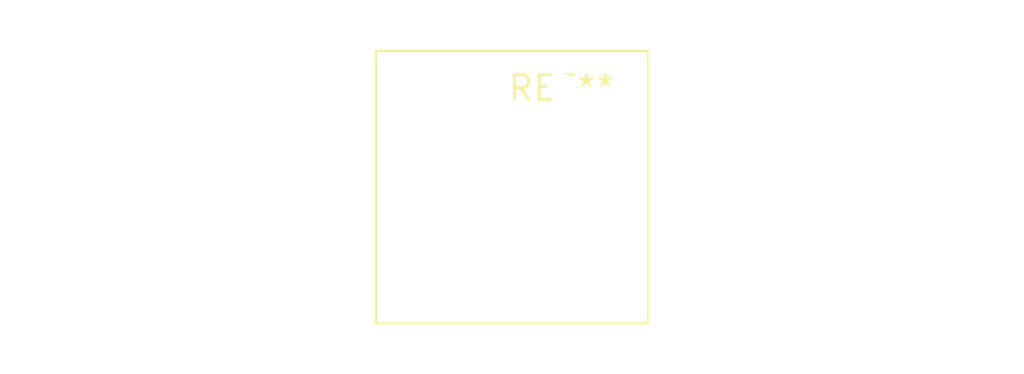
<source format=kicad_pcb>
(kicad_pcb (version 20240108) (generator pcbnew)
  (layers (0 "F.Cu" signal) (31 "B.Cu" signal) (34 "B.Paste" user) (35 "F.Paste" user) (36 "B.SilkS" user "B.Silkscreen") (37 "F.SilkS" user "F.Silkscreen") (38 "B.Mask" user) (39 "F.Mask" user) (44 "Edge.Cuts" user))
  (net 0 "")
  (footprint "SW_Cherry_MX_2.75u_Plate" (layer "F.Cu") (at 0 0)
    (property "Reference" "REF**")
    (property "Value" "SW_Cherry_MX_2.75u_Plate")
    (fp_line (start -9.525 -1.905) (end 4.445 -1.905) (layer "F.SilkS") (stroke (width 0.12)))
    (fp_line (start -9.525 12.065) (end -9.525 -1.905) (layer "F.SilkS") (stroke (width 0.12)))
    (fp_line (start 4.445 -1.905) (end 4.445 12.065) (layer "F.SilkS") (stroke (width 0.12)))
    (fp_line (start 4.445 12.065) (end -9.525 12.065) (layer "F.SilkS") (stroke (width 0.12)))
    (pad "" np_thru_hole circle (at -2.54 5.08) (size 4 4) (drill 4) (layers *.Cu *.Mask))
    (pad "1" thru_hole circle (at 0 0) (size 2.2 2.2) (drill 1.5) (layers *.Cu *.Mask) (remove_unused_layers))
    (pad "2" thru_hole circle (at -6.35 2.54) (size 2.2 2.2) (drill 1.5) (layers *.Cu *.Mask) (remove_unused_layers))
  )
)
</source>
